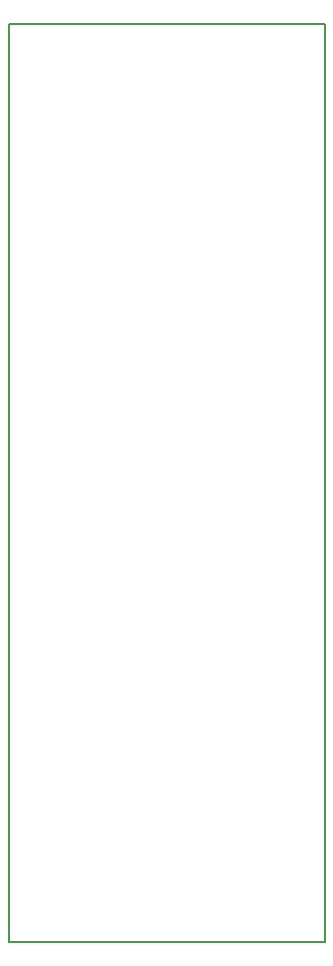
<source format=gm1>
G04 #@! TF.FileFunction,Profile,NP*
%FSLAX46Y46*%
G04 Gerber Fmt 4.6, Leading zero omitted, Abs format (unit mm)*
G04 Created by KiCad (PCBNEW (2016-03-18 BZR 6629)-product) date Sa 16 Apr 2016 02:00:58 CEST*
%MOMM*%
G01*
G04 APERTURE LIST*
%ADD10C,0.100000*%
%ADD11C,0.150000*%
G04 APERTURE END LIST*
D10*
D11*
X148500000Y-166750000D02*
X148500000Y-89000000D01*
X148750000Y-166750000D02*
X148500000Y-166750000D01*
X175250000Y-166750000D02*
X148750000Y-166750000D01*
X175250000Y-89000000D02*
X175250000Y-166750000D01*
X148500000Y-89000000D02*
X175250000Y-89000000D01*
M02*

</source>
